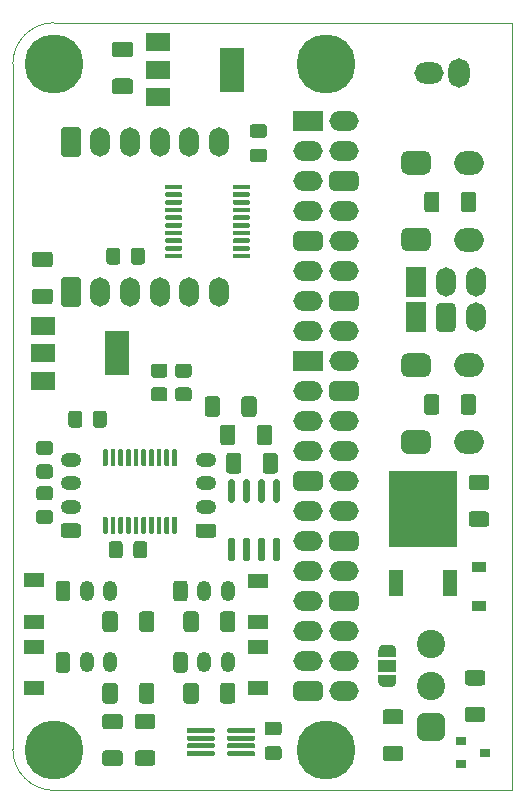
<source format=gbr>
%TF.GenerationSoftware,KiCad,Pcbnew,(5.1.7)-1*%
%TF.CreationDate,2020-11-30T22:01:16+01:00*%
%TF.ProjectId,zerosensor,7a65726f-7365-46e7-936f-722e6b696361,rev?*%
%TF.SameCoordinates,PX761e28cPY7a7afb0*%
%TF.FileFunction,Soldermask,Bot*%
%TF.FilePolarity,Negative*%
%FSLAX46Y46*%
G04 Gerber Fmt 4.6, Leading zero omitted, Abs format (unit mm)*
G04 Created by KiCad (PCBNEW (5.1.7)-1) date 2020-11-30 22:01:16*
%MOMM*%
%LPD*%
G01*
G04 APERTURE LIST*
%TA.AperFunction,Profile*%
%ADD10C,0.050000*%
%TD*%
%ADD11O,1.200000X1.750000*%
%ADD12R,1.500000X1.000000*%
%ADD13C,0.100000*%
%ADD14R,2.000000X1.500000*%
%ADD15R,2.000000X3.800000*%
%ADD16R,1.200000X0.900000*%
%ADD17O,2.500000X1.700000*%
%ADD18R,2.500000X1.700000*%
%ADD19R,1.700000X1.300000*%
%ADD20O,1.750000X1.200000*%
%ADD21O,1.700000X2.500000*%
%ADD22R,0.900000X0.800000*%
%ADD23O,2.500000X2.000000*%
%ADD24C,5.000000*%
%ADD25O,2.500000X1.800000*%
%ADD26O,1.800000X2.500000*%
%ADD27R,1.700000X2.500000*%
%ADD28C,2.400000*%
%ADD29R,5.800000X6.400000*%
%ADD30R,1.200000X2.200000*%
G04 APERTURE END LIST*
D10*
X-38727500Y65000000D02*
G75*
G03*
X-42227500Y61500000I0J-3500000D01*
G01*
X-38727500Y0D02*
G75*
G02*
X-42227500Y3500000I0J3500000D01*
G01*
X2500Y0D02*
X-16997500Y0D01*
X2500Y65000000D02*
X2500Y0D01*
X-16997500Y65000000D02*
X2500Y65000000D01*
X-42227500Y3500000D02*
X-42227500Y61500000D01*
X-16997500Y0D02*
X-38727500Y0D01*
X-38727500Y65000000D02*
X-16997500Y65000000D01*
D11*
%TO.C,AIN4*%
X-24035000Y16882000D03*
X-26035000Y16882000D03*
G36*
G01*
X-28635000Y16256999D02*
X-28635000Y17507001D01*
G75*
G02*
X-28385001Y17757000I249999J0D01*
G01*
X-27684999Y17757000D01*
G75*
G02*
X-27435000Y17507001I0J-249999D01*
G01*
X-27435000Y16256999D01*
G75*
G02*
X-27684999Y16007000I-249999J0D01*
G01*
X-28385001Y16007000D01*
G75*
G02*
X-28635000Y16256999I0J249999D01*
G01*
G37*
%TD*%
D12*
%TO.C,JP5*%
X-10527500Y10550000D03*
D13*
G36*
X-11276898Y11850000D02*
G01*
X-11276898Y11874534D01*
X-11272088Y11923365D01*
X-11262516Y11971490D01*
X-11248272Y12018445D01*
X-11229495Y12063778D01*
X-11206364Y12107051D01*
X-11179104Y12147850D01*
X-11147976Y12185779D01*
X-11113279Y12220476D01*
X-11075350Y12251604D01*
X-11034551Y12278864D01*
X-10991278Y12301995D01*
X-10945945Y12320772D01*
X-10898990Y12335016D01*
X-10850865Y12344588D01*
X-10802034Y12349398D01*
X-10777500Y12349398D01*
X-10777500Y12350000D01*
X-10277500Y12350000D01*
X-10277500Y12349398D01*
X-10252966Y12349398D01*
X-10204135Y12344588D01*
X-10156010Y12335016D01*
X-10109055Y12320772D01*
X-10063722Y12301995D01*
X-10020449Y12278864D01*
X-9979650Y12251604D01*
X-9941721Y12220476D01*
X-9907024Y12185779D01*
X-9875896Y12147850D01*
X-9848636Y12107051D01*
X-9825505Y12063778D01*
X-9806728Y12018445D01*
X-9792484Y11971490D01*
X-9782912Y11923365D01*
X-9778102Y11874534D01*
X-9778102Y11850000D01*
X-9777500Y11850000D01*
X-9777500Y11300000D01*
X-11277500Y11300000D01*
X-11277500Y11850000D01*
X-11276898Y11850000D01*
G37*
G36*
X-9777500Y9800000D02*
G01*
X-9777500Y9250000D01*
X-9778102Y9250000D01*
X-9778102Y9225466D01*
X-9782912Y9176635D01*
X-9792484Y9128510D01*
X-9806728Y9081555D01*
X-9825505Y9036222D01*
X-9848636Y8992949D01*
X-9875896Y8952150D01*
X-9907024Y8914221D01*
X-9941721Y8879524D01*
X-9979650Y8848396D01*
X-10020449Y8821136D01*
X-10063722Y8798005D01*
X-10109055Y8779228D01*
X-10156010Y8764984D01*
X-10204135Y8755412D01*
X-10252966Y8750602D01*
X-10277500Y8750602D01*
X-10277500Y8750000D01*
X-10777500Y8750000D01*
X-10777500Y8750602D01*
X-10802034Y8750602D01*
X-10850865Y8755412D01*
X-10898990Y8764984D01*
X-10945945Y8779228D01*
X-10991278Y8798005D01*
X-11034551Y8821136D01*
X-11075350Y8848396D01*
X-11113279Y8879524D01*
X-11147976Y8914221D01*
X-11179104Y8952150D01*
X-11206364Y8992949D01*
X-11229495Y9036222D01*
X-11248272Y9081555D01*
X-11262516Y9128510D01*
X-11272088Y9176635D01*
X-11276898Y9225466D01*
X-11276898Y9250000D01*
X-11277500Y9250000D01*
X-11277500Y9800000D01*
X-9777500Y9800000D01*
G37*
%TD*%
%TO.C,U6*%
G36*
G01*
X-19737500Y24375000D02*
X-20037500Y24375000D01*
G75*
G02*
X-20187500Y24525000I0J150000D01*
G01*
X-20187500Y26175000D01*
G75*
G02*
X-20037500Y26325000I150000J0D01*
G01*
X-19737500Y26325000D01*
G75*
G02*
X-19587500Y26175000I0J-150000D01*
G01*
X-19587500Y24525000D01*
G75*
G02*
X-19737500Y24375000I-150000J0D01*
G01*
G37*
G36*
G01*
X-21007500Y24375000D02*
X-21307500Y24375000D01*
G75*
G02*
X-21457500Y24525000I0J150000D01*
G01*
X-21457500Y26175000D01*
G75*
G02*
X-21307500Y26325000I150000J0D01*
G01*
X-21007500Y26325000D01*
G75*
G02*
X-20857500Y26175000I0J-150000D01*
G01*
X-20857500Y24525000D01*
G75*
G02*
X-21007500Y24375000I-150000J0D01*
G01*
G37*
G36*
G01*
X-22277500Y24375000D02*
X-22577500Y24375000D01*
G75*
G02*
X-22727500Y24525000I0J150000D01*
G01*
X-22727500Y26175000D01*
G75*
G02*
X-22577500Y26325000I150000J0D01*
G01*
X-22277500Y26325000D01*
G75*
G02*
X-22127500Y26175000I0J-150000D01*
G01*
X-22127500Y24525000D01*
G75*
G02*
X-22277500Y24375000I-150000J0D01*
G01*
G37*
G36*
G01*
X-23547500Y24375000D02*
X-23847500Y24375000D01*
G75*
G02*
X-23997500Y24525000I0J150000D01*
G01*
X-23997500Y26175000D01*
G75*
G02*
X-23847500Y26325000I150000J0D01*
G01*
X-23547500Y26325000D01*
G75*
G02*
X-23397500Y26175000I0J-150000D01*
G01*
X-23397500Y24525000D01*
G75*
G02*
X-23547500Y24375000I-150000J0D01*
G01*
G37*
G36*
G01*
X-23547500Y19425000D02*
X-23847500Y19425000D01*
G75*
G02*
X-23997500Y19575000I0J150000D01*
G01*
X-23997500Y21225000D01*
G75*
G02*
X-23847500Y21375000I150000J0D01*
G01*
X-23547500Y21375000D01*
G75*
G02*
X-23397500Y21225000I0J-150000D01*
G01*
X-23397500Y19575000D01*
G75*
G02*
X-23547500Y19425000I-150000J0D01*
G01*
G37*
G36*
G01*
X-22277500Y19425000D02*
X-22577500Y19425000D01*
G75*
G02*
X-22727500Y19575000I0J150000D01*
G01*
X-22727500Y21225000D01*
G75*
G02*
X-22577500Y21375000I150000J0D01*
G01*
X-22277500Y21375000D01*
G75*
G02*
X-22127500Y21225000I0J-150000D01*
G01*
X-22127500Y19575000D01*
G75*
G02*
X-22277500Y19425000I-150000J0D01*
G01*
G37*
G36*
G01*
X-21007500Y19425000D02*
X-21307500Y19425000D01*
G75*
G02*
X-21457500Y19575000I0J150000D01*
G01*
X-21457500Y21225000D01*
G75*
G02*
X-21307500Y21375000I150000J0D01*
G01*
X-21007500Y21375000D01*
G75*
G02*
X-20857500Y21225000I0J-150000D01*
G01*
X-20857500Y19575000D01*
G75*
G02*
X-21007500Y19425000I-150000J0D01*
G01*
G37*
G36*
G01*
X-19737500Y19425000D02*
X-20037500Y19425000D01*
G75*
G02*
X-20187500Y19575000I0J150000D01*
G01*
X-20187500Y21225000D01*
G75*
G02*
X-20037500Y21375000I150000J0D01*
G01*
X-19737500Y21375000D01*
G75*
G02*
X-19587500Y21225000I0J-150000D01*
G01*
X-19587500Y19575000D01*
G75*
G02*
X-19737500Y19425000I-150000J0D01*
G01*
G37*
%TD*%
%TO.C,R21*%
G36*
G01*
X-24677500Y33125000D02*
X-24677500Y31875000D01*
G75*
G02*
X-24927500Y31625000I-250000J0D01*
G01*
X-25727500Y31625000D01*
G75*
G02*
X-25977500Y31875000I0J250000D01*
G01*
X-25977500Y33125000D01*
G75*
G02*
X-25727500Y33375000I250000J0D01*
G01*
X-24927500Y33375000D01*
G75*
G02*
X-24677500Y33125000I0J-250000D01*
G01*
G37*
G36*
G01*
X-21577500Y33125000D02*
X-21577500Y31875000D01*
G75*
G02*
X-21827500Y31625000I-250000J0D01*
G01*
X-22627500Y31625000D01*
G75*
G02*
X-22877500Y31875000I0J250000D01*
G01*
X-22877500Y33125000D01*
G75*
G02*
X-22627500Y33375000I250000J0D01*
G01*
X-21827500Y33375000D01*
G75*
G02*
X-21577500Y33125000I0J-250000D01*
G01*
G37*
%TD*%
%TO.C,R20*%
G36*
G01*
X-23377500Y30725000D02*
X-23377500Y29475000D01*
G75*
G02*
X-23627500Y29225000I-250000J0D01*
G01*
X-24427500Y29225000D01*
G75*
G02*
X-24677500Y29475000I0J250000D01*
G01*
X-24677500Y30725000D01*
G75*
G02*
X-24427500Y30975000I250000J0D01*
G01*
X-23627500Y30975000D01*
G75*
G02*
X-23377500Y30725000I0J-250000D01*
G01*
G37*
G36*
G01*
X-20277500Y30725000D02*
X-20277500Y29475000D01*
G75*
G02*
X-20527500Y29225000I-250000J0D01*
G01*
X-21327500Y29225000D01*
G75*
G02*
X-21577500Y29475000I0J250000D01*
G01*
X-21577500Y30725000D01*
G75*
G02*
X-21327500Y30975000I250000J0D01*
G01*
X-20527500Y30975000D01*
G75*
G02*
X-20277500Y30725000I0J-250000D01*
G01*
G37*
%TD*%
%TO.C,R19*%
G36*
G01*
X-21077500Y27075000D02*
X-21077500Y28325000D01*
G75*
G02*
X-20827500Y28575000I250000J0D01*
G01*
X-20027500Y28575000D01*
G75*
G02*
X-19777500Y28325000I0J-250000D01*
G01*
X-19777500Y27075000D01*
G75*
G02*
X-20027500Y26825000I-250000J0D01*
G01*
X-20827500Y26825000D01*
G75*
G02*
X-21077500Y27075000I0J250000D01*
G01*
G37*
G36*
G01*
X-24177500Y27075000D02*
X-24177500Y28325000D01*
G75*
G02*
X-23927500Y28575000I250000J0D01*
G01*
X-23127500Y28575000D01*
G75*
G02*
X-22877500Y28325000I0J-250000D01*
G01*
X-22877500Y27075000D01*
G75*
G02*
X-23127500Y26825000I-250000J0D01*
G01*
X-23927500Y26825000D01*
G75*
G02*
X-24177500Y27075000I0J250000D01*
G01*
G37*
%TD*%
D14*
%TO.C,U5*%
X-39677500Y34700000D03*
X-39677500Y39300000D03*
X-39677500Y37000000D03*
D15*
X-33377500Y37000000D03*
%TD*%
%TO.C,C8*%
G36*
G01*
X-39077499Y44287500D02*
X-40377501Y44287500D01*
G75*
G02*
X-40627500Y44537499I0J249999D01*
G01*
X-40627500Y45362501D01*
G75*
G02*
X-40377501Y45612500I249999J0D01*
G01*
X-39077499Y45612500D01*
G75*
G02*
X-38827500Y45362501I0J-249999D01*
G01*
X-38827500Y44537499D01*
G75*
G02*
X-39077499Y44287500I-249999J0D01*
G01*
G37*
G36*
G01*
X-39077499Y41162500D02*
X-40377501Y41162500D01*
G75*
G02*
X-40627500Y41412499I0J249999D01*
G01*
X-40627500Y42237501D01*
G75*
G02*
X-40377501Y42487500I249999J0D01*
G01*
X-39077499Y42487500D01*
G75*
G02*
X-38827500Y42237501I0J-249999D01*
G01*
X-38827500Y41412499D01*
G75*
G02*
X-39077499Y41162500I-249999J0D01*
G01*
G37*
%TD*%
D16*
%TO.C,D6*%
X-2785000Y18932000D03*
X-2785000Y15632000D03*
%TD*%
D17*
%TO.C,J2*%
X-14195000Y8415000D03*
G36*
G01*
X-18485000Y7990000D02*
X-18485000Y8840000D01*
G75*
G02*
X-18060000Y9265000I425000J0D01*
G01*
X-16410000Y9265000D01*
G75*
G02*
X-15985000Y8840000I0J-425000D01*
G01*
X-15985000Y7990000D01*
G75*
G02*
X-16410000Y7565000I-425000J0D01*
G01*
X-18060000Y7565000D01*
G75*
G02*
X-18485000Y7990000I0J425000D01*
G01*
G37*
X-14195000Y10955000D03*
X-17235000Y10955000D03*
X-14195000Y13495000D03*
X-17235000Y13495000D03*
G36*
G01*
X-15445000Y15610000D02*
X-15445000Y16460000D01*
G75*
G02*
X-15020000Y16885000I425000J0D01*
G01*
X-13370000Y16885000D01*
G75*
G02*
X-12945000Y16460000I0J-425000D01*
G01*
X-12945000Y15610000D01*
G75*
G02*
X-13370000Y15185000I-425000J0D01*
G01*
X-15020000Y15185000D01*
G75*
G02*
X-15445000Y15610000I0J425000D01*
G01*
G37*
X-17235000Y16035000D03*
X-14195000Y18575000D03*
X-17235000Y18575000D03*
G36*
G01*
X-15445000Y20690000D02*
X-15445000Y21540000D01*
G75*
G02*
X-15020000Y21965000I425000J0D01*
G01*
X-13370000Y21965000D01*
G75*
G02*
X-12945000Y21540000I0J-425000D01*
G01*
X-12945000Y20690000D01*
G75*
G02*
X-13370000Y20265000I-425000J0D01*
G01*
X-15020000Y20265000D01*
G75*
G02*
X-15445000Y20690000I0J425000D01*
G01*
G37*
X-17235000Y21115000D03*
X-14195000Y23655000D03*
X-17235000Y23655000D03*
X-14195000Y26195000D03*
G36*
G01*
X-18485000Y25770000D02*
X-18485000Y26620000D01*
G75*
G02*
X-18060000Y27045000I425000J0D01*
G01*
X-16410000Y27045000D01*
G75*
G02*
X-15985000Y26620000I0J-425000D01*
G01*
X-15985000Y25770000D01*
G75*
G02*
X-16410000Y25345000I-425000J0D01*
G01*
X-18060000Y25345000D01*
G75*
G02*
X-18485000Y25770000I0J425000D01*
G01*
G37*
X-14195000Y28735000D03*
X-17235000Y28735000D03*
X-14195000Y31275000D03*
X-17235000Y31275000D03*
G36*
G01*
X-15445000Y33390000D02*
X-15445000Y34240000D01*
G75*
G02*
X-15020000Y34665000I425000J0D01*
G01*
X-13370000Y34665000D01*
G75*
G02*
X-12945000Y34240000I0J-425000D01*
G01*
X-12945000Y33390000D01*
G75*
G02*
X-13370000Y32965000I-425000J0D01*
G01*
X-15020000Y32965000D01*
G75*
G02*
X-15445000Y33390000I0J425000D01*
G01*
G37*
X-17235000Y33815000D03*
X-14195000Y36355000D03*
D18*
X-17235000Y36355000D03*
D17*
X-14195000Y38895000D03*
X-17235000Y38895000D03*
G36*
G01*
X-15445000Y41010000D02*
X-15445000Y41860000D01*
G75*
G02*
X-15020000Y42285000I425000J0D01*
G01*
X-13370000Y42285000D01*
G75*
G02*
X-12945000Y41860000I0J-425000D01*
G01*
X-12945000Y41010000D01*
G75*
G02*
X-13370000Y40585000I-425000J0D01*
G01*
X-15020000Y40585000D01*
G75*
G02*
X-15445000Y41010000I0J425000D01*
G01*
G37*
X-17235000Y41435000D03*
X-14195000Y43975000D03*
X-17235000Y43975000D03*
X-14195000Y46515000D03*
G36*
G01*
X-18485000Y46090000D02*
X-18485000Y46940000D01*
G75*
G02*
X-18060000Y47365000I425000J0D01*
G01*
X-16410000Y47365000D01*
G75*
G02*
X-15985000Y46940000I0J-425000D01*
G01*
X-15985000Y46090000D01*
G75*
G02*
X-16410000Y45665000I-425000J0D01*
G01*
X-18060000Y45665000D01*
G75*
G02*
X-18485000Y46090000I0J425000D01*
G01*
G37*
X-14195000Y49055000D03*
X-17235000Y49055000D03*
G36*
G01*
X-15445000Y51170000D02*
X-15445000Y52020000D01*
G75*
G02*
X-15020000Y52445000I425000J0D01*
G01*
X-13370000Y52445000D01*
G75*
G02*
X-12945000Y52020000I0J-425000D01*
G01*
X-12945000Y51170000D01*
G75*
G02*
X-13370000Y50745000I-425000J0D01*
G01*
X-15020000Y50745000D01*
G75*
G02*
X-15445000Y51170000I0J425000D01*
G01*
G37*
X-17235000Y51595000D03*
X-14195000Y54135000D03*
X-17235000Y54135000D03*
X-14195000Y56675000D03*
D18*
X-17235000Y56675000D03*
%TD*%
D19*
%TO.C,D5*%
X-21435000Y17732000D03*
X-21435000Y14232000D03*
%TD*%
%TO.C,D4*%
X-40435000Y17782000D03*
X-40435000Y14282000D03*
%TD*%
%TO.C,D3*%
X-40435000Y12182000D03*
X-40435000Y8682000D03*
%TD*%
%TO.C,D2*%
X-21435000Y12182000D03*
X-21435000Y8682000D03*
%TD*%
D14*
%TO.C,U4*%
X-29935000Y58732000D03*
X-29935000Y63332000D03*
X-29935000Y61032000D03*
D15*
X-23635000Y61032000D03*
%TD*%
%TO.C,C7*%
G36*
G01*
X-33585001Y60282000D02*
X-32284999Y60282000D01*
G75*
G02*
X-32035000Y60032001I0J-249999D01*
G01*
X-32035000Y59206999D01*
G75*
G02*
X-32284999Y58957000I-249999J0D01*
G01*
X-33585001Y58957000D01*
G75*
G02*
X-33835000Y59206999I0J249999D01*
G01*
X-33835000Y60032001D01*
G75*
G02*
X-33585001Y60282000I249999J0D01*
G01*
G37*
G36*
G01*
X-33585001Y63407000D02*
X-32284999Y63407000D01*
G75*
G02*
X-32035000Y63157001I0J-249999D01*
G01*
X-32035000Y62331999D01*
G75*
G02*
X-32284999Y62082000I-249999J0D01*
G01*
X-33585001Y62082000D01*
G75*
G02*
X-33835000Y62331999I0J249999D01*
G01*
X-33835000Y63157001D01*
G75*
G02*
X-33585001Y63407000I249999J0D01*
G01*
G37*
%TD*%
%TO.C,C5*%
G36*
G01*
X-33122500Y45707000D02*
X-33122500Y44757000D01*
G75*
G02*
X-33372500Y44507000I-250000J0D01*
G01*
X-34047500Y44507000D01*
G75*
G02*
X-34297500Y44757000I0J250000D01*
G01*
X-34297500Y45707000D01*
G75*
G02*
X-34047500Y45957000I250000J0D01*
G01*
X-33372500Y45957000D01*
G75*
G02*
X-33122500Y45707000I0J-250000D01*
G01*
G37*
G36*
G01*
X-31047500Y45707000D02*
X-31047500Y44757000D01*
G75*
G02*
X-31297500Y44507000I-250000J0D01*
G01*
X-31972500Y44507000D01*
G75*
G02*
X-32222500Y44757000I0J250000D01*
G01*
X-32222500Y45707000D01*
G75*
G02*
X-31972500Y45957000I250000J0D01*
G01*
X-31297500Y45957000D01*
G75*
G02*
X-31047500Y45707000I0J-250000D01*
G01*
G37*
%TD*%
%TO.C,C4*%
G36*
G01*
X-35447500Y30957000D02*
X-35447500Y31907000D01*
G75*
G02*
X-35197500Y32157000I250000J0D01*
G01*
X-34522500Y32157000D01*
G75*
G02*
X-34272500Y31907000I0J-250000D01*
G01*
X-34272500Y30957000D01*
G75*
G02*
X-34522500Y30707000I-250000J0D01*
G01*
X-35197500Y30707000D01*
G75*
G02*
X-35447500Y30957000I0J250000D01*
G01*
G37*
G36*
G01*
X-37522500Y30957000D02*
X-37522500Y31907000D01*
G75*
G02*
X-37272500Y32157000I250000J0D01*
G01*
X-36597500Y32157000D01*
G75*
G02*
X-36347500Y31907000I0J-250000D01*
G01*
X-36347500Y30957000D01*
G75*
G02*
X-36597500Y30707000I-250000J0D01*
G01*
X-37272500Y30707000D01*
G75*
G02*
X-37522500Y30957000I0J250000D01*
G01*
G37*
%TD*%
%TO.C,C3*%
G36*
G01*
X-32022500Y19907000D02*
X-32022500Y20857000D01*
G75*
G02*
X-31772500Y21107000I250000J0D01*
G01*
X-31097500Y21107000D01*
G75*
G02*
X-30847500Y20857000I0J-250000D01*
G01*
X-30847500Y19907000D01*
G75*
G02*
X-31097500Y19657000I-250000J0D01*
G01*
X-31772500Y19657000D01*
G75*
G02*
X-32022500Y19907000I0J250000D01*
G01*
G37*
G36*
G01*
X-34097500Y19907000D02*
X-34097500Y20857000D01*
G75*
G02*
X-33847500Y21107000I250000J0D01*
G01*
X-33172500Y21107000D01*
G75*
G02*
X-32922500Y20857000I0J-250000D01*
G01*
X-32922500Y19907000D01*
G75*
G02*
X-33172500Y19657000I-250000J0D01*
G01*
X-33847500Y19657000D01*
G75*
G02*
X-34097500Y19907000I0J250000D01*
G01*
G37*
%TD*%
%TO.C,C2*%
G36*
G01*
X-20960000Y55244500D02*
X-21910000Y55244500D01*
G75*
G02*
X-22160000Y55494500I0J250000D01*
G01*
X-22160000Y56169500D01*
G75*
G02*
X-21910000Y56419500I250000J0D01*
G01*
X-20960000Y56419500D01*
G75*
G02*
X-20710000Y56169500I0J-250000D01*
G01*
X-20710000Y55494500D01*
G75*
G02*
X-20960000Y55244500I-250000J0D01*
G01*
G37*
G36*
G01*
X-20960000Y53169500D02*
X-21910000Y53169500D01*
G75*
G02*
X-22160000Y53419500I0J250000D01*
G01*
X-22160000Y54094500D01*
G75*
G02*
X-21910000Y54344500I250000J0D01*
G01*
X-20960000Y54344500D01*
G75*
G02*
X-20710000Y54094500I0J-250000D01*
G01*
X-20710000Y53419500D01*
G75*
G02*
X-20960000Y53169500I-250000J0D01*
G01*
G37*
%TD*%
%TO.C,R18*%
G36*
G01*
X-24685000Y13657000D02*
X-24685000Y14907000D01*
G75*
G02*
X-24435000Y15157000I250000J0D01*
G01*
X-23635000Y15157000D01*
G75*
G02*
X-23385000Y14907000I0J-250000D01*
G01*
X-23385000Y13657000D01*
G75*
G02*
X-23635000Y13407000I-250000J0D01*
G01*
X-24435000Y13407000D01*
G75*
G02*
X-24685000Y13657000I0J250000D01*
G01*
G37*
G36*
G01*
X-27785000Y13657000D02*
X-27785000Y14907000D01*
G75*
G02*
X-27535000Y15157000I250000J0D01*
G01*
X-26735000Y15157000D01*
G75*
G02*
X-26485000Y14907000I0J-250000D01*
G01*
X-26485000Y13657000D01*
G75*
G02*
X-26735000Y13407000I-250000J0D01*
G01*
X-27535000Y13407000D01*
G75*
G02*
X-27785000Y13657000I0J250000D01*
G01*
G37*
%TD*%
%TO.C,R17*%
G36*
G01*
X-33335000Y14907000D02*
X-33335000Y13657000D01*
G75*
G02*
X-33585000Y13407000I-250000J0D01*
G01*
X-34385000Y13407000D01*
G75*
G02*
X-34635000Y13657000I0J250000D01*
G01*
X-34635000Y14907000D01*
G75*
G02*
X-34385000Y15157000I250000J0D01*
G01*
X-33585000Y15157000D01*
G75*
G02*
X-33335000Y14907000I0J-250000D01*
G01*
G37*
G36*
G01*
X-30235000Y14907000D02*
X-30235000Y13657000D01*
G75*
G02*
X-30485000Y13407000I-250000J0D01*
G01*
X-31285000Y13407000D01*
G75*
G02*
X-31535000Y13657000I0J250000D01*
G01*
X-31535000Y14907000D01*
G75*
G02*
X-31285000Y15157000I250000J0D01*
G01*
X-30485000Y15157000D01*
G75*
G02*
X-30235000Y14907000I0J-250000D01*
G01*
G37*
%TD*%
D11*
%TO.C,AIN3*%
X-33985000Y16882000D03*
X-35985000Y16882000D03*
G36*
G01*
X-38585000Y16256999D02*
X-38585000Y17507001D01*
G75*
G02*
X-38335001Y17757000I249999J0D01*
G01*
X-37634999Y17757000D01*
G75*
G02*
X-37385000Y17507001I0J-249999D01*
G01*
X-37385000Y16256999D01*
G75*
G02*
X-37634999Y16007000I-249999J0D01*
G01*
X-38335001Y16007000D01*
G75*
G02*
X-38585000Y16256999I0J249999D01*
G01*
G37*
%TD*%
%TO.C,AIN1*%
X-24035000Y10832000D03*
X-26035000Y10832000D03*
G36*
G01*
X-28635000Y10206999D02*
X-28635000Y11457001D01*
G75*
G02*
X-28385001Y11707000I249999J0D01*
G01*
X-27684999Y11707000D01*
G75*
G02*
X-27435000Y11457001I0J-249999D01*
G01*
X-27435000Y10206999D01*
G75*
G02*
X-27684999Y9957000I-249999J0D01*
G01*
X-28385001Y9957000D01*
G75*
G02*
X-28635000Y10206999I0J249999D01*
G01*
G37*
%TD*%
%TO.C,AIN2*%
X-33985000Y10832000D03*
X-35985000Y10832000D03*
G36*
G01*
X-38585000Y10206999D02*
X-38585000Y11457001D01*
G75*
G02*
X-38335001Y11707000I249999J0D01*
G01*
X-37634999Y11707000D01*
G75*
G02*
X-37385000Y11457001I0J-249999D01*
G01*
X-37385000Y10206999D01*
G75*
G02*
X-37634999Y9957000I-249999J0D01*
G01*
X-38335001Y9957000D01*
G75*
G02*
X-38585000Y10206999I0J249999D01*
G01*
G37*
%TD*%
D20*
%TO.C,UART1*%
X-25875000Y27997000D03*
X-25875000Y25997000D03*
X-25875000Y23997000D03*
G36*
G01*
X-25249999Y21397000D02*
X-26500001Y21397000D01*
G75*
G02*
X-26750000Y21646999I0J249999D01*
G01*
X-26750000Y22347001D01*
G75*
G02*
X-26500001Y22597000I249999J0D01*
G01*
X-25249999Y22597000D01*
G75*
G02*
X-25000000Y22347001I0J-249999D01*
G01*
X-25000000Y21646999D01*
G75*
G02*
X-25249999Y21397000I-249999J0D01*
G01*
G37*
%TD*%
%TO.C,I2C1*%
X-37305000Y28004000D03*
X-37305000Y26004000D03*
X-37305000Y24004000D03*
G36*
G01*
X-36679999Y21404000D02*
X-37930001Y21404000D01*
G75*
G02*
X-38180000Y21653999I0J249999D01*
G01*
X-38180000Y22354001D01*
G75*
G02*
X-37930001Y22604000I249999J0D01*
G01*
X-36679999Y22604000D01*
G75*
G02*
X-36430000Y22354001I0J-249999D01*
G01*
X-36430000Y21653999D01*
G75*
G02*
X-36679999Y21404000I-249999J0D01*
G01*
G37*
%TD*%
%TO.C,U3*%
G36*
G01*
X-27873000Y51191000D02*
X-27873000Y50991000D01*
G75*
G02*
X-27973000Y50891000I-100000J0D01*
G01*
X-29248000Y50891000D01*
G75*
G02*
X-29348000Y50991000I0J100000D01*
G01*
X-29348000Y51191000D01*
G75*
G02*
X-29248000Y51291000I100000J0D01*
G01*
X-27973000Y51291000D01*
G75*
G02*
X-27873000Y51191000I0J-100000D01*
G01*
G37*
G36*
G01*
X-27873000Y50541000D02*
X-27873000Y50341000D01*
G75*
G02*
X-27973000Y50241000I-100000J0D01*
G01*
X-29248000Y50241000D01*
G75*
G02*
X-29348000Y50341000I0J100000D01*
G01*
X-29348000Y50541000D01*
G75*
G02*
X-29248000Y50641000I100000J0D01*
G01*
X-27973000Y50641000D01*
G75*
G02*
X-27873000Y50541000I0J-100000D01*
G01*
G37*
G36*
G01*
X-27873000Y49891000D02*
X-27873000Y49691000D01*
G75*
G02*
X-27973000Y49591000I-100000J0D01*
G01*
X-29248000Y49591000D01*
G75*
G02*
X-29348000Y49691000I0J100000D01*
G01*
X-29348000Y49891000D01*
G75*
G02*
X-29248000Y49991000I100000J0D01*
G01*
X-27973000Y49991000D01*
G75*
G02*
X-27873000Y49891000I0J-100000D01*
G01*
G37*
G36*
G01*
X-27873000Y49241000D02*
X-27873000Y49041000D01*
G75*
G02*
X-27973000Y48941000I-100000J0D01*
G01*
X-29248000Y48941000D01*
G75*
G02*
X-29348000Y49041000I0J100000D01*
G01*
X-29348000Y49241000D01*
G75*
G02*
X-29248000Y49341000I100000J0D01*
G01*
X-27973000Y49341000D01*
G75*
G02*
X-27873000Y49241000I0J-100000D01*
G01*
G37*
G36*
G01*
X-27873000Y48591000D02*
X-27873000Y48391000D01*
G75*
G02*
X-27973000Y48291000I-100000J0D01*
G01*
X-29248000Y48291000D01*
G75*
G02*
X-29348000Y48391000I0J100000D01*
G01*
X-29348000Y48591000D01*
G75*
G02*
X-29248000Y48691000I100000J0D01*
G01*
X-27973000Y48691000D01*
G75*
G02*
X-27873000Y48591000I0J-100000D01*
G01*
G37*
G36*
G01*
X-27873000Y47941000D02*
X-27873000Y47741000D01*
G75*
G02*
X-27973000Y47641000I-100000J0D01*
G01*
X-29248000Y47641000D01*
G75*
G02*
X-29348000Y47741000I0J100000D01*
G01*
X-29348000Y47941000D01*
G75*
G02*
X-29248000Y48041000I100000J0D01*
G01*
X-27973000Y48041000D01*
G75*
G02*
X-27873000Y47941000I0J-100000D01*
G01*
G37*
G36*
G01*
X-27873000Y47291000D02*
X-27873000Y47091000D01*
G75*
G02*
X-27973000Y46991000I-100000J0D01*
G01*
X-29248000Y46991000D01*
G75*
G02*
X-29348000Y47091000I0J100000D01*
G01*
X-29348000Y47291000D01*
G75*
G02*
X-29248000Y47391000I100000J0D01*
G01*
X-27973000Y47391000D01*
G75*
G02*
X-27873000Y47291000I0J-100000D01*
G01*
G37*
G36*
G01*
X-27873000Y46641000D02*
X-27873000Y46441000D01*
G75*
G02*
X-27973000Y46341000I-100000J0D01*
G01*
X-29248000Y46341000D01*
G75*
G02*
X-29348000Y46441000I0J100000D01*
G01*
X-29348000Y46641000D01*
G75*
G02*
X-29248000Y46741000I100000J0D01*
G01*
X-27973000Y46741000D01*
G75*
G02*
X-27873000Y46641000I0J-100000D01*
G01*
G37*
G36*
G01*
X-27873000Y45991000D02*
X-27873000Y45791000D01*
G75*
G02*
X-27973000Y45691000I-100000J0D01*
G01*
X-29248000Y45691000D01*
G75*
G02*
X-29348000Y45791000I0J100000D01*
G01*
X-29348000Y45991000D01*
G75*
G02*
X-29248000Y46091000I100000J0D01*
G01*
X-27973000Y46091000D01*
G75*
G02*
X-27873000Y45991000I0J-100000D01*
G01*
G37*
G36*
G01*
X-27873000Y45341000D02*
X-27873000Y45141000D01*
G75*
G02*
X-27973000Y45041000I-100000J0D01*
G01*
X-29248000Y45041000D01*
G75*
G02*
X-29348000Y45141000I0J100000D01*
G01*
X-29348000Y45341000D01*
G75*
G02*
X-29248000Y45441000I100000J0D01*
G01*
X-27973000Y45441000D01*
G75*
G02*
X-27873000Y45341000I0J-100000D01*
G01*
G37*
G36*
G01*
X-22148000Y45341000D02*
X-22148000Y45141000D01*
G75*
G02*
X-22248000Y45041000I-100000J0D01*
G01*
X-23523000Y45041000D01*
G75*
G02*
X-23623000Y45141000I0J100000D01*
G01*
X-23623000Y45341000D01*
G75*
G02*
X-23523000Y45441000I100000J0D01*
G01*
X-22248000Y45441000D01*
G75*
G02*
X-22148000Y45341000I0J-100000D01*
G01*
G37*
G36*
G01*
X-22148000Y45991000D02*
X-22148000Y45791000D01*
G75*
G02*
X-22248000Y45691000I-100000J0D01*
G01*
X-23523000Y45691000D01*
G75*
G02*
X-23623000Y45791000I0J100000D01*
G01*
X-23623000Y45991000D01*
G75*
G02*
X-23523000Y46091000I100000J0D01*
G01*
X-22248000Y46091000D01*
G75*
G02*
X-22148000Y45991000I0J-100000D01*
G01*
G37*
G36*
G01*
X-22148000Y46641000D02*
X-22148000Y46441000D01*
G75*
G02*
X-22248000Y46341000I-100000J0D01*
G01*
X-23523000Y46341000D01*
G75*
G02*
X-23623000Y46441000I0J100000D01*
G01*
X-23623000Y46641000D01*
G75*
G02*
X-23523000Y46741000I100000J0D01*
G01*
X-22248000Y46741000D01*
G75*
G02*
X-22148000Y46641000I0J-100000D01*
G01*
G37*
G36*
G01*
X-22148000Y47291000D02*
X-22148000Y47091000D01*
G75*
G02*
X-22248000Y46991000I-100000J0D01*
G01*
X-23523000Y46991000D01*
G75*
G02*
X-23623000Y47091000I0J100000D01*
G01*
X-23623000Y47291000D01*
G75*
G02*
X-23523000Y47391000I100000J0D01*
G01*
X-22248000Y47391000D01*
G75*
G02*
X-22148000Y47291000I0J-100000D01*
G01*
G37*
G36*
G01*
X-22148000Y47941000D02*
X-22148000Y47741000D01*
G75*
G02*
X-22248000Y47641000I-100000J0D01*
G01*
X-23523000Y47641000D01*
G75*
G02*
X-23623000Y47741000I0J100000D01*
G01*
X-23623000Y47941000D01*
G75*
G02*
X-23523000Y48041000I100000J0D01*
G01*
X-22248000Y48041000D01*
G75*
G02*
X-22148000Y47941000I0J-100000D01*
G01*
G37*
G36*
G01*
X-22148000Y48591000D02*
X-22148000Y48391000D01*
G75*
G02*
X-22248000Y48291000I-100000J0D01*
G01*
X-23523000Y48291000D01*
G75*
G02*
X-23623000Y48391000I0J100000D01*
G01*
X-23623000Y48591000D01*
G75*
G02*
X-23523000Y48691000I100000J0D01*
G01*
X-22248000Y48691000D01*
G75*
G02*
X-22148000Y48591000I0J-100000D01*
G01*
G37*
G36*
G01*
X-22148000Y49241000D02*
X-22148000Y49041000D01*
G75*
G02*
X-22248000Y48941000I-100000J0D01*
G01*
X-23523000Y48941000D01*
G75*
G02*
X-23623000Y49041000I0J100000D01*
G01*
X-23623000Y49241000D01*
G75*
G02*
X-23523000Y49341000I100000J0D01*
G01*
X-22248000Y49341000D01*
G75*
G02*
X-22148000Y49241000I0J-100000D01*
G01*
G37*
G36*
G01*
X-22148000Y49891000D02*
X-22148000Y49691000D01*
G75*
G02*
X-22248000Y49591000I-100000J0D01*
G01*
X-23523000Y49591000D01*
G75*
G02*
X-23623000Y49691000I0J100000D01*
G01*
X-23623000Y49891000D01*
G75*
G02*
X-23523000Y49991000I100000J0D01*
G01*
X-22248000Y49991000D01*
G75*
G02*
X-22148000Y49891000I0J-100000D01*
G01*
G37*
G36*
G01*
X-22148000Y50541000D02*
X-22148000Y50341000D01*
G75*
G02*
X-22248000Y50241000I-100000J0D01*
G01*
X-23523000Y50241000D01*
G75*
G02*
X-23623000Y50341000I0J100000D01*
G01*
X-23623000Y50541000D01*
G75*
G02*
X-23523000Y50641000I100000J0D01*
G01*
X-22248000Y50641000D01*
G75*
G02*
X-22148000Y50541000I0J-100000D01*
G01*
G37*
G36*
G01*
X-22148000Y51191000D02*
X-22148000Y50991000D01*
G75*
G02*
X-22248000Y50891000I-100000J0D01*
G01*
X-23523000Y50891000D01*
G75*
G02*
X-23623000Y50991000I0J100000D01*
G01*
X-23623000Y51191000D01*
G75*
G02*
X-23523000Y51291000I100000J0D01*
G01*
X-22248000Y51291000D01*
G75*
G02*
X-22148000Y51191000I0J-100000D01*
G01*
G37*
%TD*%
D21*
%TO.C,SPI2*%
X-24805000Y42197000D03*
X-27305000Y42197000D03*
X-29805000Y42197000D03*
X-32305000Y42197000D03*
X-34805000Y42197000D03*
G36*
G01*
X-38155000Y41196900D02*
X-38155000Y43197100D01*
G75*
G02*
X-37905100Y43447000I249900J0D01*
G01*
X-36704900Y43447000D01*
G75*
G02*
X-36455000Y43197100I0J-249900D01*
G01*
X-36455000Y41196900D01*
G75*
G02*
X-36704900Y40947000I-249900J0D01*
G01*
X-37905100Y40947000D01*
G75*
G02*
X-38155000Y41196900I0J249900D01*
G01*
G37*
%TD*%
%TO.C,U1*%
G36*
G01*
X-24092500Y3022000D02*
X-24092500Y3222000D01*
G75*
G02*
X-23992500Y3322000I100000J0D01*
G01*
X-21792500Y3322000D01*
G75*
G02*
X-21692500Y3222000I0J-100000D01*
G01*
X-21692500Y3022000D01*
G75*
G02*
X-21792500Y2922000I-100000J0D01*
G01*
X-23992500Y2922000D01*
G75*
G02*
X-24092500Y3022000I0J100000D01*
G01*
G37*
G36*
G01*
X-24092500Y3672000D02*
X-24092500Y3872000D01*
G75*
G02*
X-23992500Y3972000I100000J0D01*
G01*
X-21792500Y3972000D01*
G75*
G02*
X-21692500Y3872000I0J-100000D01*
G01*
X-21692500Y3672000D01*
G75*
G02*
X-21792500Y3572000I-100000J0D01*
G01*
X-23992500Y3572000D01*
G75*
G02*
X-24092500Y3672000I0J100000D01*
G01*
G37*
G36*
G01*
X-24092500Y4322000D02*
X-24092500Y4522000D01*
G75*
G02*
X-23992500Y4622000I100000J0D01*
G01*
X-21792500Y4622000D01*
G75*
G02*
X-21692500Y4522000I0J-100000D01*
G01*
X-21692500Y4322000D01*
G75*
G02*
X-21792500Y4222000I-100000J0D01*
G01*
X-23992500Y4222000D01*
G75*
G02*
X-24092500Y4322000I0J100000D01*
G01*
G37*
G36*
G01*
X-24092500Y4972000D02*
X-24092500Y5172000D01*
G75*
G02*
X-23992500Y5272000I100000J0D01*
G01*
X-21792500Y5272000D01*
G75*
G02*
X-21692500Y5172000I0J-100000D01*
G01*
X-21692500Y4972000D01*
G75*
G02*
X-21792500Y4872000I-100000J0D01*
G01*
X-23992500Y4872000D01*
G75*
G02*
X-24092500Y4972000I0J100000D01*
G01*
G37*
G36*
G01*
X-27517500Y4972000D02*
X-27517500Y5172000D01*
G75*
G02*
X-27417500Y5272000I100000J0D01*
G01*
X-25217500Y5272000D01*
G75*
G02*
X-25117500Y5172000I0J-100000D01*
G01*
X-25117500Y4972000D01*
G75*
G02*
X-25217500Y4872000I-100000J0D01*
G01*
X-27417500Y4872000D01*
G75*
G02*
X-27517500Y4972000I0J100000D01*
G01*
G37*
G36*
G01*
X-27517500Y4322000D02*
X-27517500Y4522000D01*
G75*
G02*
X-27417500Y4622000I100000J0D01*
G01*
X-25217500Y4622000D01*
G75*
G02*
X-25117500Y4522000I0J-100000D01*
G01*
X-25117500Y4322000D01*
G75*
G02*
X-25217500Y4222000I-100000J0D01*
G01*
X-27417500Y4222000D01*
G75*
G02*
X-27517500Y4322000I0J100000D01*
G01*
G37*
G36*
G01*
X-27517500Y3672000D02*
X-27517500Y3872000D01*
G75*
G02*
X-27417500Y3972000I100000J0D01*
G01*
X-25217500Y3972000D01*
G75*
G02*
X-25117500Y3872000I0J-100000D01*
G01*
X-25117500Y3672000D01*
G75*
G02*
X-25217500Y3572000I-100000J0D01*
G01*
X-27417500Y3572000D01*
G75*
G02*
X-27517500Y3672000I0J100000D01*
G01*
G37*
G36*
G01*
X-27517500Y3022000D02*
X-27517500Y3222000D01*
G75*
G02*
X-27417500Y3322000I100000J0D01*
G01*
X-25217500Y3322000D01*
G75*
G02*
X-25117500Y3222000I0J-100000D01*
G01*
X-25117500Y3022000D01*
G75*
G02*
X-25217500Y2922000I-100000J0D01*
G01*
X-27417500Y2922000D01*
G75*
G02*
X-27517500Y3022000I0J100000D01*
G01*
G37*
%TD*%
%TO.C,R8*%
G36*
G01*
X-27334999Y34932000D02*
X-28235001Y34932000D01*
G75*
G02*
X-28485000Y35181999I0J249999D01*
G01*
X-28485000Y35882001D01*
G75*
G02*
X-28235001Y36132000I249999J0D01*
G01*
X-27334999Y36132000D01*
G75*
G02*
X-27085000Y35882001I0J-249999D01*
G01*
X-27085000Y35181999D01*
G75*
G02*
X-27334999Y34932000I-249999J0D01*
G01*
G37*
G36*
G01*
X-27334999Y32932000D02*
X-28235001Y32932000D01*
G75*
G02*
X-28485000Y33181999I0J249999D01*
G01*
X-28485000Y33882001D01*
G75*
G02*
X-28235001Y34132000I249999J0D01*
G01*
X-27334999Y34132000D01*
G75*
G02*
X-27085000Y33882001I0J-249999D01*
G01*
X-27085000Y33181999D01*
G75*
G02*
X-27334999Y32932000I-249999J0D01*
G01*
G37*
%TD*%
%TO.C,R14*%
G36*
G01*
X-39985001Y27597000D02*
X-39084999Y27597000D01*
G75*
G02*
X-38835000Y27347001I0J-249999D01*
G01*
X-38835000Y26646999D01*
G75*
G02*
X-39084999Y26397000I-249999J0D01*
G01*
X-39985001Y26397000D01*
G75*
G02*
X-40235000Y26646999I0J249999D01*
G01*
X-40235000Y27347001D01*
G75*
G02*
X-39985001Y27597000I249999J0D01*
G01*
G37*
G36*
G01*
X-39985001Y29597000D02*
X-39084999Y29597000D01*
G75*
G02*
X-38835000Y29347001I0J-249999D01*
G01*
X-38835000Y28646999D01*
G75*
G02*
X-39084999Y28397000I-249999J0D01*
G01*
X-39985001Y28397000D01*
G75*
G02*
X-40235000Y28646999I0J249999D01*
G01*
X-40235000Y29347001D01*
G75*
G02*
X-39985001Y29597000I249999J0D01*
G01*
G37*
%TD*%
%TO.C,R13*%
G36*
G01*
X-39985001Y23755000D02*
X-39084999Y23755000D01*
G75*
G02*
X-38835000Y23505001I0J-249999D01*
G01*
X-38835000Y22804999D01*
G75*
G02*
X-39084999Y22555000I-249999J0D01*
G01*
X-39985001Y22555000D01*
G75*
G02*
X-40235000Y22804999I0J249999D01*
G01*
X-40235000Y23505001D01*
G75*
G02*
X-39985001Y23755000I249999J0D01*
G01*
G37*
G36*
G01*
X-39985001Y25755000D02*
X-39084999Y25755000D01*
G75*
G02*
X-38835000Y25505001I0J-249999D01*
G01*
X-38835000Y24804999D01*
G75*
G02*
X-39084999Y24555000I-249999J0D01*
G01*
X-39985001Y24555000D01*
G75*
G02*
X-40235000Y24804999I0J249999D01*
G01*
X-40235000Y25505001D01*
G75*
G02*
X-39985001Y25755000I249999J0D01*
G01*
G37*
%TD*%
%TO.C,R7*%
G36*
G01*
X-29384999Y34932000D02*
X-30285001Y34932000D01*
G75*
G02*
X-30535000Y35181999I0J249999D01*
G01*
X-30535000Y35882001D01*
G75*
G02*
X-30285001Y36132000I249999J0D01*
G01*
X-29384999Y36132000D01*
G75*
G02*
X-29135000Y35882001I0J-249999D01*
G01*
X-29135000Y35181999D01*
G75*
G02*
X-29384999Y34932000I-249999J0D01*
G01*
G37*
G36*
G01*
X-29384999Y32932000D02*
X-30285001Y32932000D01*
G75*
G02*
X-30535000Y33181999I0J249999D01*
G01*
X-30535000Y33882001D01*
G75*
G02*
X-30285001Y34132000I249999J0D01*
G01*
X-29384999Y34132000D01*
G75*
G02*
X-29135000Y33882001I0J-249999D01*
G01*
X-29135000Y33181999D01*
G75*
G02*
X-29384999Y32932000I-249999J0D01*
G01*
G37*
%TD*%
%TO.C,U2*%
G36*
G01*
X-34488000Y23181000D02*
X-34288000Y23181000D01*
G75*
G02*
X-34188000Y23081000I0J-100000D01*
G01*
X-34188000Y21806000D01*
G75*
G02*
X-34288000Y21706000I-100000J0D01*
G01*
X-34488000Y21706000D01*
G75*
G02*
X-34588000Y21806000I0J100000D01*
G01*
X-34588000Y23081000D01*
G75*
G02*
X-34488000Y23181000I100000J0D01*
G01*
G37*
G36*
G01*
X-33838000Y23181000D02*
X-33638000Y23181000D01*
G75*
G02*
X-33538000Y23081000I0J-100000D01*
G01*
X-33538000Y21806000D01*
G75*
G02*
X-33638000Y21706000I-100000J0D01*
G01*
X-33838000Y21706000D01*
G75*
G02*
X-33938000Y21806000I0J100000D01*
G01*
X-33938000Y23081000D01*
G75*
G02*
X-33838000Y23181000I100000J0D01*
G01*
G37*
G36*
G01*
X-33188000Y23181000D02*
X-32988000Y23181000D01*
G75*
G02*
X-32888000Y23081000I0J-100000D01*
G01*
X-32888000Y21806000D01*
G75*
G02*
X-32988000Y21706000I-100000J0D01*
G01*
X-33188000Y21706000D01*
G75*
G02*
X-33288000Y21806000I0J100000D01*
G01*
X-33288000Y23081000D01*
G75*
G02*
X-33188000Y23181000I100000J0D01*
G01*
G37*
G36*
G01*
X-32538000Y23181000D02*
X-32338000Y23181000D01*
G75*
G02*
X-32238000Y23081000I0J-100000D01*
G01*
X-32238000Y21806000D01*
G75*
G02*
X-32338000Y21706000I-100000J0D01*
G01*
X-32538000Y21706000D01*
G75*
G02*
X-32638000Y21806000I0J100000D01*
G01*
X-32638000Y23081000D01*
G75*
G02*
X-32538000Y23181000I100000J0D01*
G01*
G37*
G36*
G01*
X-31888000Y23181000D02*
X-31688000Y23181000D01*
G75*
G02*
X-31588000Y23081000I0J-100000D01*
G01*
X-31588000Y21806000D01*
G75*
G02*
X-31688000Y21706000I-100000J0D01*
G01*
X-31888000Y21706000D01*
G75*
G02*
X-31988000Y21806000I0J100000D01*
G01*
X-31988000Y23081000D01*
G75*
G02*
X-31888000Y23181000I100000J0D01*
G01*
G37*
G36*
G01*
X-31238000Y23181000D02*
X-31038000Y23181000D01*
G75*
G02*
X-30938000Y23081000I0J-100000D01*
G01*
X-30938000Y21806000D01*
G75*
G02*
X-31038000Y21706000I-100000J0D01*
G01*
X-31238000Y21706000D01*
G75*
G02*
X-31338000Y21806000I0J100000D01*
G01*
X-31338000Y23081000D01*
G75*
G02*
X-31238000Y23181000I100000J0D01*
G01*
G37*
G36*
G01*
X-30588000Y23181000D02*
X-30388000Y23181000D01*
G75*
G02*
X-30288000Y23081000I0J-100000D01*
G01*
X-30288000Y21806000D01*
G75*
G02*
X-30388000Y21706000I-100000J0D01*
G01*
X-30588000Y21706000D01*
G75*
G02*
X-30688000Y21806000I0J100000D01*
G01*
X-30688000Y23081000D01*
G75*
G02*
X-30588000Y23181000I100000J0D01*
G01*
G37*
G36*
G01*
X-29938000Y23181000D02*
X-29738000Y23181000D01*
G75*
G02*
X-29638000Y23081000I0J-100000D01*
G01*
X-29638000Y21806000D01*
G75*
G02*
X-29738000Y21706000I-100000J0D01*
G01*
X-29938000Y21706000D01*
G75*
G02*
X-30038000Y21806000I0J100000D01*
G01*
X-30038000Y23081000D01*
G75*
G02*
X-29938000Y23181000I100000J0D01*
G01*
G37*
G36*
G01*
X-29288000Y23181000D02*
X-29088000Y23181000D01*
G75*
G02*
X-28988000Y23081000I0J-100000D01*
G01*
X-28988000Y21806000D01*
G75*
G02*
X-29088000Y21706000I-100000J0D01*
G01*
X-29288000Y21706000D01*
G75*
G02*
X-29388000Y21806000I0J100000D01*
G01*
X-29388000Y23081000D01*
G75*
G02*
X-29288000Y23181000I100000J0D01*
G01*
G37*
G36*
G01*
X-28638000Y23181000D02*
X-28438000Y23181000D01*
G75*
G02*
X-28338000Y23081000I0J-100000D01*
G01*
X-28338000Y21806000D01*
G75*
G02*
X-28438000Y21706000I-100000J0D01*
G01*
X-28638000Y21706000D01*
G75*
G02*
X-28738000Y21806000I0J100000D01*
G01*
X-28738000Y23081000D01*
G75*
G02*
X-28638000Y23181000I100000J0D01*
G01*
G37*
G36*
G01*
X-28638000Y28906000D02*
X-28438000Y28906000D01*
G75*
G02*
X-28338000Y28806000I0J-100000D01*
G01*
X-28338000Y27531000D01*
G75*
G02*
X-28438000Y27431000I-100000J0D01*
G01*
X-28638000Y27431000D01*
G75*
G02*
X-28738000Y27531000I0J100000D01*
G01*
X-28738000Y28806000D01*
G75*
G02*
X-28638000Y28906000I100000J0D01*
G01*
G37*
G36*
G01*
X-29288000Y28906000D02*
X-29088000Y28906000D01*
G75*
G02*
X-28988000Y28806000I0J-100000D01*
G01*
X-28988000Y27531000D01*
G75*
G02*
X-29088000Y27431000I-100000J0D01*
G01*
X-29288000Y27431000D01*
G75*
G02*
X-29388000Y27531000I0J100000D01*
G01*
X-29388000Y28806000D01*
G75*
G02*
X-29288000Y28906000I100000J0D01*
G01*
G37*
G36*
G01*
X-29938000Y28906000D02*
X-29738000Y28906000D01*
G75*
G02*
X-29638000Y28806000I0J-100000D01*
G01*
X-29638000Y27531000D01*
G75*
G02*
X-29738000Y27431000I-100000J0D01*
G01*
X-29938000Y27431000D01*
G75*
G02*
X-30038000Y27531000I0J100000D01*
G01*
X-30038000Y28806000D01*
G75*
G02*
X-29938000Y28906000I100000J0D01*
G01*
G37*
G36*
G01*
X-30588000Y28906000D02*
X-30388000Y28906000D01*
G75*
G02*
X-30288000Y28806000I0J-100000D01*
G01*
X-30288000Y27531000D01*
G75*
G02*
X-30388000Y27431000I-100000J0D01*
G01*
X-30588000Y27431000D01*
G75*
G02*
X-30688000Y27531000I0J100000D01*
G01*
X-30688000Y28806000D01*
G75*
G02*
X-30588000Y28906000I100000J0D01*
G01*
G37*
G36*
G01*
X-31238000Y28906000D02*
X-31038000Y28906000D01*
G75*
G02*
X-30938000Y28806000I0J-100000D01*
G01*
X-30938000Y27531000D01*
G75*
G02*
X-31038000Y27431000I-100000J0D01*
G01*
X-31238000Y27431000D01*
G75*
G02*
X-31338000Y27531000I0J100000D01*
G01*
X-31338000Y28806000D01*
G75*
G02*
X-31238000Y28906000I100000J0D01*
G01*
G37*
G36*
G01*
X-31888000Y28906000D02*
X-31688000Y28906000D01*
G75*
G02*
X-31588000Y28806000I0J-100000D01*
G01*
X-31588000Y27531000D01*
G75*
G02*
X-31688000Y27431000I-100000J0D01*
G01*
X-31888000Y27431000D01*
G75*
G02*
X-31988000Y27531000I0J100000D01*
G01*
X-31988000Y28806000D01*
G75*
G02*
X-31888000Y28906000I100000J0D01*
G01*
G37*
G36*
G01*
X-32538000Y28906000D02*
X-32338000Y28906000D01*
G75*
G02*
X-32238000Y28806000I0J-100000D01*
G01*
X-32238000Y27531000D01*
G75*
G02*
X-32338000Y27431000I-100000J0D01*
G01*
X-32538000Y27431000D01*
G75*
G02*
X-32638000Y27531000I0J100000D01*
G01*
X-32638000Y28806000D01*
G75*
G02*
X-32538000Y28906000I100000J0D01*
G01*
G37*
G36*
G01*
X-33188000Y28906000D02*
X-32988000Y28906000D01*
G75*
G02*
X-32888000Y28806000I0J-100000D01*
G01*
X-32888000Y27531000D01*
G75*
G02*
X-32988000Y27431000I-100000J0D01*
G01*
X-33188000Y27431000D01*
G75*
G02*
X-33288000Y27531000I0J100000D01*
G01*
X-33288000Y28806000D01*
G75*
G02*
X-33188000Y28906000I100000J0D01*
G01*
G37*
G36*
G01*
X-33838000Y28906000D02*
X-33638000Y28906000D01*
G75*
G02*
X-33538000Y28806000I0J-100000D01*
G01*
X-33538000Y27531000D01*
G75*
G02*
X-33638000Y27431000I-100000J0D01*
G01*
X-33838000Y27431000D01*
G75*
G02*
X-33938000Y27531000I0J100000D01*
G01*
X-33938000Y28806000D01*
G75*
G02*
X-33838000Y28906000I100000J0D01*
G01*
G37*
G36*
G01*
X-34488000Y28906000D02*
X-34288000Y28906000D01*
G75*
G02*
X-34188000Y28806000I0J-100000D01*
G01*
X-34188000Y27531000D01*
G75*
G02*
X-34288000Y27431000I-100000J0D01*
G01*
X-34488000Y27431000D01*
G75*
G02*
X-34588000Y27531000I0J100000D01*
G01*
X-34588000Y28806000D01*
G75*
G02*
X-34488000Y28906000I100000J0D01*
G01*
G37*
%TD*%
%TO.C,C1*%
G36*
G01*
X-19710000Y4650000D02*
X-20660000Y4650000D01*
G75*
G02*
X-20910000Y4900000I0J250000D01*
G01*
X-20910000Y5575000D01*
G75*
G02*
X-20660000Y5825000I250000J0D01*
G01*
X-19710000Y5825000D01*
G75*
G02*
X-19460000Y5575000I0J-250000D01*
G01*
X-19460000Y4900000D01*
G75*
G02*
X-19710000Y4650000I-250000J0D01*
G01*
G37*
G36*
G01*
X-19710000Y2575000D02*
X-20660000Y2575000D01*
G75*
G02*
X-20910000Y2825000I0J250000D01*
G01*
X-20910000Y3500000D01*
G75*
G02*
X-20660000Y3750000I250000J0D01*
G01*
X-19710000Y3750000D01*
G75*
G02*
X-19460000Y3500000I0J-250000D01*
G01*
X-19460000Y2825000D01*
G75*
G02*
X-19710000Y2575000I-250000J0D01*
G01*
G37*
%TD*%
%TO.C,R12*%
G36*
G01*
X-33335000Y8857001D02*
X-33335000Y7606999D01*
G75*
G02*
X-33584999Y7357000I-249999J0D01*
G01*
X-34385001Y7357000D01*
G75*
G02*
X-34635000Y7606999I0J249999D01*
G01*
X-34635000Y8857001D01*
G75*
G02*
X-34385001Y9107000I249999J0D01*
G01*
X-33584999Y9107000D01*
G75*
G02*
X-33335000Y8857001I0J-249999D01*
G01*
G37*
G36*
G01*
X-30235000Y8857001D02*
X-30235000Y7606999D01*
G75*
G02*
X-30484999Y7357000I-249999J0D01*
G01*
X-31285001Y7357000D01*
G75*
G02*
X-31535000Y7606999I0J249999D01*
G01*
X-31535000Y8857001D01*
G75*
G02*
X-31285001Y9107000I249999J0D01*
G01*
X-30484999Y9107000D01*
G75*
G02*
X-30235000Y8857001I0J-249999D01*
G01*
G37*
%TD*%
%TO.C,R11*%
G36*
G01*
X-24685000Y7606999D02*
X-24685000Y8857001D01*
G75*
G02*
X-24435001Y9107000I249999J0D01*
G01*
X-23634999Y9107000D01*
G75*
G02*
X-23385000Y8857001I0J-249999D01*
G01*
X-23385000Y7606999D01*
G75*
G02*
X-23634999Y7357000I-249999J0D01*
G01*
X-24435001Y7357000D01*
G75*
G02*
X-24685000Y7606999I0J249999D01*
G01*
G37*
G36*
G01*
X-27785000Y7606999D02*
X-27785000Y8857001D01*
G75*
G02*
X-27535001Y9107000I249999J0D01*
G01*
X-26734999Y9107000D01*
G75*
G02*
X-26485000Y8857001I0J-249999D01*
G01*
X-26485000Y7606999D01*
G75*
G02*
X-26734999Y7357000I-249999J0D01*
G01*
X-27535001Y7357000D01*
G75*
G02*
X-27785000Y7606999I0J249999D01*
G01*
G37*
%TD*%
%TO.C,R10*%
G36*
G01*
X-31652501Y3382000D02*
X-30402499Y3382000D01*
G75*
G02*
X-30152500Y3132001I0J-249999D01*
G01*
X-30152500Y2331999D01*
G75*
G02*
X-30402499Y2082000I-249999J0D01*
G01*
X-31652501Y2082000D01*
G75*
G02*
X-31902500Y2331999I0J249999D01*
G01*
X-31902500Y3132001D01*
G75*
G02*
X-31652501Y3382000I249999J0D01*
G01*
G37*
G36*
G01*
X-31652501Y6482000D02*
X-30402499Y6482000D01*
G75*
G02*
X-30152500Y6232001I0J-249999D01*
G01*
X-30152500Y5431999D01*
G75*
G02*
X-30402499Y5182000I-249999J0D01*
G01*
X-31652501Y5182000D01*
G75*
G02*
X-31902500Y5431999I0J249999D01*
G01*
X-31902500Y6232001D01*
G75*
G02*
X-31652501Y6482000I249999J0D01*
G01*
G37*
%TD*%
%TO.C,R9*%
G36*
G01*
X-34410001Y3382000D02*
X-33159999Y3382000D01*
G75*
G02*
X-32910000Y3132001I0J-249999D01*
G01*
X-32910000Y2331999D01*
G75*
G02*
X-33159999Y2082000I-249999J0D01*
G01*
X-34410001Y2082000D01*
G75*
G02*
X-34660000Y2331999I0J249999D01*
G01*
X-34660000Y3132001D01*
G75*
G02*
X-34410001Y3382000I249999J0D01*
G01*
G37*
G36*
G01*
X-34410001Y6482000D02*
X-33159999Y6482000D01*
G75*
G02*
X-32910000Y6232001I0J-249999D01*
G01*
X-32910000Y5431999D01*
G75*
G02*
X-33159999Y5182000I-249999J0D01*
G01*
X-34410001Y5182000D01*
G75*
G02*
X-34660000Y5431999I0J249999D01*
G01*
X-34660000Y6232001D01*
G75*
G02*
X-34410001Y6482000I249999J0D01*
G01*
G37*
%TD*%
D22*
%TO.C,Q1*%
X-2253000Y3208000D03*
X-4253000Y4158000D03*
X-4253000Y2258000D03*
%TD*%
%TO.C,SW2*%
G36*
G01*
X-6845000Y53642000D02*
X-6845000Y52642000D01*
G75*
G02*
X-7345000Y52142000I-500000J0D01*
G01*
X-8845000Y52142000D01*
G75*
G02*
X-9345000Y52642000I0J500000D01*
G01*
X-9345000Y53642000D01*
G75*
G02*
X-8845000Y54142000I500000J0D01*
G01*
X-7345000Y54142000D01*
G75*
G02*
X-6845000Y53642000I0J-500000D01*
G01*
G37*
D23*
X-3595000Y53142000D03*
G36*
G01*
X-6845000Y47142000D02*
X-6845000Y46142000D01*
G75*
G02*
X-7345000Y45642000I-500000J0D01*
G01*
X-8845000Y45642000D01*
G75*
G02*
X-9345000Y46142000I0J500000D01*
G01*
X-9345000Y47142000D01*
G75*
G02*
X-8845000Y47642000I500000J0D01*
G01*
X-7345000Y47642000D01*
G75*
G02*
X-6845000Y47142000I0J-500000D01*
G01*
G37*
X-3595000Y46642000D03*
%TD*%
%TO.C,SW1*%
G36*
G01*
X-6845000Y36497000D02*
X-6845000Y35497000D01*
G75*
G02*
X-7345000Y34997000I-500000J0D01*
G01*
X-8845000Y34997000D01*
G75*
G02*
X-9345000Y35497000I0J500000D01*
G01*
X-9345000Y36497000D01*
G75*
G02*
X-8845000Y36997000I500000J0D01*
G01*
X-7345000Y36997000D01*
G75*
G02*
X-6845000Y36497000I0J-500000D01*
G01*
G37*
X-3595000Y35997000D03*
G36*
G01*
X-6845000Y29997000D02*
X-6845000Y28997000D01*
G75*
G02*
X-7345000Y28497000I-500000J0D01*
G01*
X-8845000Y28497000D01*
G75*
G02*
X-9345000Y28997000I0J500000D01*
G01*
X-9345000Y29997000D01*
G75*
G02*
X-8845000Y30497000I500000J0D01*
G01*
X-7345000Y30497000D01*
G75*
G02*
X-6845000Y29997000I0J-500000D01*
G01*
G37*
X-3595000Y29497000D03*
%TD*%
D24*
%TO.C,REF\u002A\u002A*%
X-38727500Y3462000D03*
%TD*%
%TO.C,REF\u002A\u002A*%
X-38727500Y61501000D03*
%TD*%
D25*
%TO.C,D1*%
X-7025000Y60700000D03*
D26*
X-4485000Y60700000D03*
%TD*%
D21*
%TO.C,SPI1*%
X-24805000Y54897000D03*
X-27305000Y54897000D03*
X-29805000Y54897000D03*
X-32305000Y54897000D03*
X-34805000Y54897000D03*
G36*
G01*
X-38155000Y53896900D02*
X-38155000Y55897100D01*
G75*
G02*
X-37905100Y56147000I249900J0D01*
G01*
X-36704900Y56147000D01*
G75*
G02*
X-36455000Y55897100I0J-249900D01*
G01*
X-36455000Y53896900D01*
G75*
G02*
X-36704900Y53647000I-249900J0D01*
G01*
X-37905100Y53647000D01*
G75*
G02*
X-38155000Y53896900I0J249900D01*
G01*
G37*
%TD*%
D27*
%TO.C,I2S1*%
X-8095000Y40042000D03*
X-8095000Y43082000D03*
G36*
G01*
X-5980000Y41292000D02*
X-5130000Y41292000D01*
G75*
G02*
X-4705000Y40867000I0J-425000D01*
G01*
X-4705000Y39217000D01*
G75*
G02*
X-5130000Y38792000I-425000J0D01*
G01*
X-5980000Y38792000D01*
G75*
G02*
X-6405000Y39217000I0J425000D01*
G01*
X-6405000Y40867000D01*
G75*
G02*
X-5980000Y41292000I425000J0D01*
G01*
G37*
D21*
X-5555000Y43082000D03*
X-3015000Y40042000D03*
X-3015000Y43082000D03*
%TD*%
%TO.C,R6*%
G36*
G01*
X-6100000Y50442001D02*
X-6100000Y49191999D01*
G75*
G02*
X-6349999Y48942000I-249999J0D01*
G01*
X-7150001Y48942000D01*
G75*
G02*
X-7400000Y49191999I0J249999D01*
G01*
X-7400000Y50442001D01*
G75*
G02*
X-7150001Y50692000I249999J0D01*
G01*
X-6349999Y50692000D01*
G75*
G02*
X-6100000Y50442001I0J-249999D01*
G01*
G37*
G36*
G01*
X-3000000Y50442001D02*
X-3000000Y49191999D01*
G75*
G02*
X-3249999Y48942000I-249999J0D01*
G01*
X-4050001Y48942000D01*
G75*
G02*
X-4300000Y49191999I0J249999D01*
G01*
X-4300000Y50442001D01*
G75*
G02*
X-4050001Y50692000I249999J0D01*
G01*
X-3249999Y50692000D01*
G75*
G02*
X-3000000Y50442001I0J-249999D01*
G01*
G37*
%TD*%
%TO.C,R5*%
G36*
G01*
X-4300000Y32046999D02*
X-4300000Y33297001D01*
G75*
G02*
X-4050001Y33547000I249999J0D01*
G01*
X-3249999Y33547000D01*
G75*
G02*
X-3000000Y33297001I0J-249999D01*
G01*
X-3000000Y32046999D01*
G75*
G02*
X-3249999Y31797000I-249999J0D01*
G01*
X-4050001Y31797000D01*
G75*
G02*
X-4300000Y32046999I0J249999D01*
G01*
G37*
G36*
G01*
X-7400000Y32046999D02*
X-7400000Y33297001D01*
G75*
G02*
X-7150001Y33547000I249999J0D01*
G01*
X-6349999Y33547000D01*
G75*
G02*
X-6100000Y33297001I0J-249999D01*
G01*
X-6100000Y32046999D01*
G75*
G02*
X-6349999Y31797000I-249999J0D01*
G01*
X-7150001Y31797000D01*
G75*
G02*
X-7400000Y32046999I0J249999D01*
G01*
G37*
%TD*%
D24*
%TO.C,REF\u002A\u002A*%
X-15727500Y3462000D03*
%TD*%
%TO.C,REF\u002A\u002A*%
X-15727500Y61501000D03*
%TD*%
D28*
%TO.C,J5*%
X-6825000Y12367000D03*
X-6825000Y8867000D03*
G36*
G01*
X-6225000Y4167000D02*
X-7425000Y4167000D01*
G75*
G02*
X-8025000Y4767000I0J600000D01*
G01*
X-8025000Y5967000D01*
G75*
G02*
X-7425000Y6567000I600000J0D01*
G01*
X-6225000Y6567000D01*
G75*
G02*
X-5625000Y5967000I0J-600000D01*
G01*
X-5625000Y4767000D01*
G75*
G02*
X-6225000Y4167000I-600000J0D01*
G01*
G37*
%TD*%
%TO.C,R3*%
G36*
G01*
X-3386001Y23618000D02*
X-2135999Y23618000D01*
G75*
G02*
X-1886000Y23368001I0J-249999D01*
G01*
X-1886000Y22567999D01*
G75*
G02*
X-2135999Y22318000I-249999J0D01*
G01*
X-3386001Y22318000D01*
G75*
G02*
X-3636000Y22567999I0J249999D01*
G01*
X-3636000Y23368001D01*
G75*
G02*
X-3386001Y23618000I249999J0D01*
G01*
G37*
G36*
G01*
X-3386001Y26718000D02*
X-2135999Y26718000D01*
G75*
G02*
X-1886000Y26468001I0J-249999D01*
G01*
X-1886000Y25667999D01*
G75*
G02*
X-2135999Y25418000I-249999J0D01*
G01*
X-3386001Y25418000D01*
G75*
G02*
X-3636000Y25667999I0J249999D01*
G01*
X-3636000Y26468001D01*
G75*
G02*
X-3386001Y26718000I249999J0D01*
G01*
G37*
%TD*%
%TO.C,R2*%
G36*
G01*
X-10660001Y3782000D02*
X-9409999Y3782000D01*
G75*
G02*
X-9160000Y3532001I0J-249999D01*
G01*
X-9160000Y2731999D01*
G75*
G02*
X-9409999Y2482000I-249999J0D01*
G01*
X-10660001Y2482000D01*
G75*
G02*
X-10910000Y2731999I0J249999D01*
G01*
X-10910000Y3532001D01*
G75*
G02*
X-10660001Y3782000I249999J0D01*
G01*
G37*
G36*
G01*
X-10660001Y6882000D02*
X-9409999Y6882000D01*
G75*
G02*
X-9160000Y6632001I0J-249999D01*
G01*
X-9160000Y5831999D01*
G75*
G02*
X-9409999Y5582000I-249999J0D01*
G01*
X-10660001Y5582000D01*
G75*
G02*
X-10910000Y5831999I0J249999D01*
G01*
X-10910000Y6632001D01*
G75*
G02*
X-10660001Y6882000I249999J0D01*
G01*
G37*
%TD*%
%TO.C,R1*%
G36*
G01*
X-2459999Y8882000D02*
X-3710001Y8882000D01*
G75*
G02*
X-3960000Y9131999I0J249999D01*
G01*
X-3960000Y9932001D01*
G75*
G02*
X-3710001Y10182000I249999J0D01*
G01*
X-2459999Y10182000D01*
G75*
G02*
X-2210000Y9932001I0J-249999D01*
G01*
X-2210000Y9131999D01*
G75*
G02*
X-2459999Y8882000I-249999J0D01*
G01*
G37*
G36*
G01*
X-2459999Y5782000D02*
X-3710001Y5782000D01*
G75*
G02*
X-3960000Y6031999I0J249999D01*
G01*
X-3960000Y6832001D01*
G75*
G02*
X-3710001Y7082000I249999J0D01*
G01*
X-2459999Y7082000D01*
G75*
G02*
X-2210000Y6832001I0J-249999D01*
G01*
X-2210000Y6031999D01*
G75*
G02*
X-2459999Y5782000I-249999J0D01*
G01*
G37*
%TD*%
D29*
%TO.C,Q2*%
X-7460000Y23850000D03*
D30*
X-9740000Y17550000D03*
X-5180000Y17550000D03*
%TD*%
M02*

</source>
